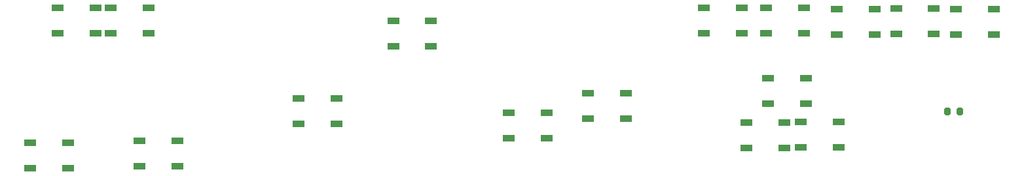
<source format=gbr>
%TF.GenerationSoftware,KiCad,Pcbnew,(6.0.9)*%
%TF.CreationDate,2022-12-26T18:23:53-09:00*%
%TF.ProjectId,PCB_ HUD VID RCD PANEL,5043422c-2048-4554-9420-564944205243,rev?*%
%TF.SameCoordinates,Original*%
%TF.FileFunction,Paste,Top*%
%TF.FilePolarity,Positive*%
%FSLAX46Y46*%
G04 Gerber Fmt 4.6, Leading zero omitted, Abs format (unit mm)*
G04 Created by KiCad (PCBNEW (6.0.9)) date 2022-12-26 18:23:53*
%MOMM*%
%LPD*%
G01*
G04 APERTURE LIST*
G04 Aperture macros list*
%AMRoundRect*
0 Rectangle with rounded corners*
0 $1 Rounding radius*
0 $2 $3 $4 $5 $6 $7 $8 $9 X,Y pos of 4 corners*
0 Add a 4 corners polygon primitive as box body*
4,1,4,$2,$3,$4,$5,$6,$7,$8,$9,$2,$3,0*
0 Add four circle primitives for the rounded corners*
1,1,$1+$1,$2,$3*
1,1,$1+$1,$4,$5*
1,1,$1+$1,$6,$7*
1,1,$1+$1,$8,$9*
0 Add four rect primitives between the rounded corners*
20,1,$1+$1,$2,$3,$4,$5,0*
20,1,$1+$1,$4,$5,$6,$7,0*
20,1,$1+$1,$6,$7,$8,$9,0*
20,1,$1+$1,$8,$9,$2,$3,0*%
G04 Aperture macros list end*
%ADD10RoundRect,0.200000X0.200000X0.275000X-0.200000X0.275000X-0.200000X-0.275000X0.200000X-0.275000X0*%
%ADD11R,1.500000X0.900000*%
G04 APERTURE END LIST*
D10*
%TO.C,R1*%
X178397000Y-82931000D03*
X176747000Y-82931000D03*
%TD*%
D11*
%TO.C,D16*%
X177890000Y-69622400D03*
X177890000Y-72922400D03*
X182790000Y-72922400D03*
X182790000Y-69622400D03*
%TD*%
%TO.C,D15*%
X170129000Y-69596800D03*
X170129000Y-72896800D03*
X175029000Y-72896800D03*
X175029000Y-69596800D03*
%TD*%
%TO.C,D14*%
X162447000Y-69673200D03*
X162447000Y-72973200D03*
X167347000Y-72973200D03*
X167347000Y-69673200D03*
%TD*%
%TO.C,D13*%
X153303000Y-69470000D03*
X153303000Y-72770000D03*
X158203000Y-72770000D03*
X158203000Y-69470000D03*
%TD*%
%TO.C,D12*%
X145276000Y-69470000D03*
X145276000Y-72770000D03*
X150176000Y-72770000D03*
X150176000Y-69470000D03*
%TD*%
%TO.C,D11*%
X157812000Y-84328800D03*
X157812000Y-87628800D03*
X162712000Y-87628800D03*
X162712000Y-84328800D03*
%TD*%
%TO.C,D10*%
X150763000Y-84354400D03*
X150763000Y-87654400D03*
X155663000Y-87654400D03*
X155663000Y-84354400D03*
%TD*%
%TO.C,D9*%
X153596000Y-78588800D03*
X153596000Y-81888800D03*
X158496000Y-81888800D03*
X158496000Y-78588800D03*
%TD*%
%TO.C,D8*%
X130302000Y-80569600D03*
X130302000Y-83869600D03*
X135202000Y-83869600D03*
X135202000Y-80569600D03*
%TD*%
%TO.C,D7*%
X120029000Y-83084400D03*
X120029000Y-86384400D03*
X124929000Y-86384400D03*
X124929000Y-83084400D03*
%TD*%
%TO.C,D6*%
X105105000Y-71171600D03*
X105105000Y-74471600D03*
X110005000Y-74471600D03*
X110005000Y-71171600D03*
%TD*%
%TO.C,D5*%
X92862400Y-81230000D03*
X92862400Y-84530000D03*
X97762400Y-84530000D03*
X97762400Y-81230000D03*
%TD*%
%TO.C,D4*%
X72316000Y-86716400D03*
X72316000Y-90016400D03*
X77216000Y-90016400D03*
X77216000Y-86716400D03*
%TD*%
%TO.C,D3*%
X68607600Y-69444400D03*
X68607600Y-72744400D03*
X73507600Y-72744400D03*
X73507600Y-69444400D03*
%TD*%
%TO.C,D2*%
X61698800Y-69495200D03*
X61698800Y-72795200D03*
X66598800Y-72795200D03*
X66598800Y-69495200D03*
%TD*%
%TO.C,D1*%
X58166000Y-87021200D03*
X58166000Y-90321200D03*
X63066000Y-90321200D03*
X63066000Y-87021200D03*
%TD*%
M02*

</source>
